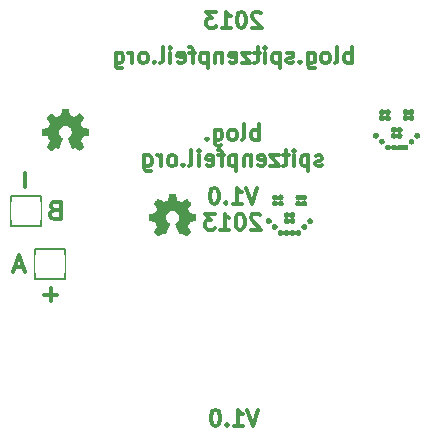
<source format=gbo>
%FSLAX34Y34*%
G04 Gerber Fmt 3.4, Leading zero omitted, Abs format*
G04 (created by PCBNEW (2013-10-11 BZR 4379)-product) date Sat 12 Oct 2013 09:18:10 PM CEST*
%MOIN*%
G01*
G70*
G90*
G04 APERTURE LIST*
%ADD10C,0.005906*%
%ADD11C,0.011811*%
%ADD12C,0.000100*%
%ADD13C,0.007874*%
%ADD14C,0.019685*%
%ADD15R,0.055118X0.055118*%
%ADD16C,0.055118*%
%ADD17R,0.064961X0.064961*%
%ADD18C,0.064961*%
%ADD19R,0.098425X0.059055*%
G04 APERTURE END LIST*
G54D10*
G54D11*
X19713Y-27561D02*
X19263Y-27561D01*
X19488Y-27786D02*
X19488Y-27336D01*
X18624Y-23515D02*
X18624Y-23965D01*
X18565Y-26653D02*
X18284Y-26653D01*
X18622Y-26822D02*
X18425Y-26231D01*
X18228Y-26822D01*
X19623Y-24741D02*
X19538Y-24769D01*
X19510Y-24797D01*
X19482Y-24853D01*
X19482Y-24938D01*
X19510Y-24994D01*
X19538Y-25022D01*
X19595Y-25050D01*
X19820Y-25050D01*
X19820Y-24460D01*
X19623Y-24460D01*
X19566Y-24488D01*
X19538Y-24516D01*
X19510Y-24572D01*
X19510Y-24628D01*
X19538Y-24685D01*
X19566Y-24713D01*
X19623Y-24741D01*
X19820Y-24741D01*
X26361Y-24000D02*
X26183Y-24531D01*
X26006Y-24000D01*
X25551Y-24531D02*
X25854Y-24531D01*
X25703Y-24531D02*
X25703Y-24000D01*
X25753Y-24076D01*
X25804Y-24126D01*
X25854Y-24152D01*
X25323Y-24481D02*
X25298Y-24506D01*
X25323Y-24531D01*
X25348Y-24506D01*
X25323Y-24481D01*
X25323Y-24531D01*
X24969Y-24000D02*
X24918Y-24000D01*
X24867Y-24025D01*
X24842Y-24050D01*
X24817Y-24101D01*
X24791Y-24202D01*
X24791Y-24329D01*
X24817Y-24430D01*
X24842Y-24481D01*
X24867Y-24506D01*
X24918Y-24531D01*
X24969Y-24531D01*
X25019Y-24506D01*
X25044Y-24481D01*
X25070Y-24430D01*
X25095Y-24329D01*
X25095Y-24202D01*
X25070Y-24101D01*
X25044Y-24050D01*
X25019Y-24025D01*
X24969Y-24000D01*
X26462Y-24913D02*
X26437Y-24887D01*
X26386Y-24862D01*
X26259Y-24862D01*
X26209Y-24887D01*
X26183Y-24913D01*
X26158Y-24963D01*
X26158Y-25014D01*
X26183Y-25090D01*
X26487Y-25393D01*
X26158Y-25393D01*
X25829Y-24862D02*
X25778Y-24862D01*
X25728Y-24887D01*
X25703Y-24913D01*
X25677Y-24963D01*
X25652Y-25064D01*
X25652Y-25191D01*
X25677Y-25292D01*
X25703Y-25343D01*
X25728Y-25368D01*
X25778Y-25393D01*
X25829Y-25393D01*
X25880Y-25368D01*
X25905Y-25343D01*
X25930Y-25292D01*
X25956Y-25191D01*
X25956Y-25064D01*
X25930Y-24963D01*
X25905Y-24913D01*
X25880Y-24887D01*
X25829Y-24862D01*
X25146Y-25393D02*
X25449Y-25393D01*
X25298Y-25393D02*
X25298Y-24862D01*
X25348Y-24938D01*
X25399Y-24989D01*
X25449Y-25014D01*
X24969Y-24862D02*
X24640Y-24862D01*
X24817Y-25064D01*
X24741Y-25064D01*
X24690Y-25090D01*
X24665Y-25115D01*
X24640Y-25166D01*
X24640Y-25292D01*
X24665Y-25343D01*
X24690Y-25368D01*
X24741Y-25393D01*
X24893Y-25393D01*
X24943Y-25368D01*
X24969Y-25343D01*
X26421Y-22415D02*
X26421Y-21884D01*
X26421Y-22086D02*
X26370Y-22061D01*
X26269Y-22061D01*
X26219Y-22086D01*
X26193Y-22111D01*
X26168Y-22162D01*
X26168Y-22314D01*
X26193Y-22365D01*
X26219Y-22390D01*
X26269Y-22415D01*
X26370Y-22415D01*
X26421Y-22390D01*
X25864Y-22415D02*
X25915Y-22390D01*
X25940Y-22339D01*
X25940Y-21884D01*
X25586Y-22415D02*
X25636Y-22390D01*
X25662Y-22365D01*
X25687Y-22314D01*
X25687Y-22162D01*
X25662Y-22111D01*
X25636Y-22086D01*
X25586Y-22061D01*
X25510Y-22061D01*
X25459Y-22086D01*
X25434Y-22111D01*
X25409Y-22162D01*
X25409Y-22314D01*
X25434Y-22365D01*
X25459Y-22390D01*
X25510Y-22415D01*
X25586Y-22415D01*
X24953Y-22061D02*
X24953Y-22491D01*
X24978Y-22542D01*
X25004Y-22567D01*
X25054Y-22592D01*
X25130Y-22592D01*
X25181Y-22567D01*
X24953Y-22390D02*
X25004Y-22415D01*
X25105Y-22415D01*
X25156Y-22390D01*
X25181Y-22365D01*
X25206Y-22314D01*
X25206Y-22162D01*
X25181Y-22111D01*
X25156Y-22086D01*
X25105Y-22061D01*
X25004Y-22061D01*
X24953Y-22086D01*
X24700Y-22365D02*
X24675Y-22390D01*
X24700Y-22415D01*
X24725Y-22390D01*
X24700Y-22365D01*
X24700Y-22415D01*
X28534Y-23252D02*
X28484Y-23277D01*
X28383Y-23277D01*
X28332Y-23252D01*
X28307Y-23201D01*
X28307Y-23176D01*
X28332Y-23125D01*
X28383Y-23100D01*
X28458Y-23100D01*
X28509Y-23075D01*
X28534Y-23024D01*
X28534Y-22999D01*
X28509Y-22948D01*
X28458Y-22923D01*
X28383Y-22923D01*
X28332Y-22948D01*
X28079Y-22923D02*
X28079Y-23455D01*
X28079Y-22948D02*
X28028Y-22923D01*
X27927Y-22923D01*
X27876Y-22948D01*
X27851Y-22974D01*
X27826Y-23024D01*
X27826Y-23176D01*
X27851Y-23227D01*
X27876Y-23252D01*
X27927Y-23277D01*
X28028Y-23277D01*
X28079Y-23252D01*
X27598Y-23277D02*
X27598Y-22923D01*
X27598Y-22746D02*
X27623Y-22771D01*
X27598Y-22796D01*
X27573Y-22771D01*
X27598Y-22746D01*
X27598Y-22796D01*
X27421Y-22923D02*
X27218Y-22923D01*
X27345Y-22746D02*
X27345Y-23201D01*
X27320Y-23252D01*
X27269Y-23277D01*
X27218Y-23277D01*
X27092Y-22923D02*
X26813Y-22923D01*
X27092Y-23277D01*
X26813Y-23277D01*
X26408Y-23252D02*
X26459Y-23277D01*
X26560Y-23277D01*
X26611Y-23252D01*
X26636Y-23201D01*
X26636Y-22999D01*
X26611Y-22948D01*
X26560Y-22923D01*
X26459Y-22923D01*
X26408Y-22948D01*
X26383Y-22999D01*
X26383Y-23050D01*
X26636Y-23100D01*
X26155Y-22923D02*
X26155Y-23277D01*
X26155Y-22974D02*
X26130Y-22948D01*
X26079Y-22923D01*
X26003Y-22923D01*
X25953Y-22948D01*
X25928Y-22999D01*
X25928Y-23277D01*
X25674Y-22923D02*
X25674Y-23455D01*
X25674Y-22948D02*
X25624Y-22923D01*
X25523Y-22923D01*
X25472Y-22948D01*
X25447Y-22974D01*
X25421Y-23024D01*
X25421Y-23176D01*
X25447Y-23227D01*
X25472Y-23252D01*
X25523Y-23277D01*
X25624Y-23277D01*
X25674Y-23252D01*
X25269Y-22923D02*
X25067Y-22923D01*
X25194Y-23277D02*
X25194Y-22822D01*
X25168Y-22771D01*
X25118Y-22746D01*
X25067Y-22746D01*
X24687Y-23252D02*
X24738Y-23277D01*
X24839Y-23277D01*
X24890Y-23252D01*
X24915Y-23201D01*
X24915Y-22999D01*
X24890Y-22948D01*
X24839Y-22923D01*
X24738Y-22923D01*
X24687Y-22948D01*
X24662Y-22999D01*
X24662Y-23050D01*
X24915Y-23100D01*
X24434Y-23277D02*
X24434Y-22923D01*
X24434Y-22746D02*
X24460Y-22771D01*
X24434Y-22796D01*
X24409Y-22771D01*
X24434Y-22746D01*
X24434Y-22796D01*
X24105Y-23277D02*
X24156Y-23252D01*
X24181Y-23201D01*
X24181Y-22746D01*
X23903Y-23227D02*
X23877Y-23252D01*
X23903Y-23277D01*
X23928Y-23252D01*
X23903Y-23227D01*
X23903Y-23277D01*
X23574Y-23277D02*
X23624Y-23252D01*
X23650Y-23227D01*
X23675Y-23176D01*
X23675Y-23024D01*
X23650Y-22974D01*
X23624Y-22948D01*
X23574Y-22923D01*
X23498Y-22923D01*
X23447Y-22948D01*
X23422Y-22974D01*
X23397Y-23024D01*
X23397Y-23176D01*
X23422Y-23227D01*
X23447Y-23252D01*
X23498Y-23277D01*
X23574Y-23277D01*
X23169Y-23277D02*
X23169Y-22923D01*
X23169Y-23024D02*
X23143Y-22974D01*
X23118Y-22948D01*
X23068Y-22923D01*
X23017Y-22923D01*
X22612Y-22923D02*
X22612Y-23353D01*
X22637Y-23404D01*
X22663Y-23429D01*
X22713Y-23455D01*
X22789Y-23455D01*
X22840Y-23429D01*
X22612Y-23252D02*
X22663Y-23277D01*
X22764Y-23277D01*
X22814Y-23252D01*
X22840Y-23227D01*
X22865Y-23176D01*
X22865Y-23024D01*
X22840Y-22974D01*
X22814Y-22948D01*
X22764Y-22923D01*
X22663Y-22923D01*
X22612Y-22948D01*
X26400Y-31401D02*
X26223Y-31933D01*
X26046Y-31401D01*
X25590Y-31933D02*
X25894Y-31933D01*
X25742Y-31933D02*
X25742Y-31401D01*
X25793Y-31477D01*
X25843Y-31528D01*
X25894Y-31553D01*
X25362Y-31882D02*
X25337Y-31908D01*
X25362Y-31933D01*
X25388Y-31908D01*
X25362Y-31882D01*
X25362Y-31933D01*
X25008Y-31401D02*
X24957Y-31401D01*
X24907Y-31427D01*
X24881Y-31452D01*
X24856Y-31503D01*
X24831Y-31604D01*
X24831Y-31730D01*
X24856Y-31832D01*
X24881Y-31882D01*
X24907Y-31908D01*
X24957Y-31933D01*
X25008Y-31933D01*
X25059Y-31908D01*
X25084Y-31882D01*
X25109Y-31832D01*
X25134Y-31730D01*
X25134Y-31604D01*
X25109Y-31503D01*
X25084Y-31452D01*
X25059Y-31427D01*
X25008Y-31401D01*
X29526Y-19846D02*
X29526Y-19315D01*
X29526Y-19517D02*
X29475Y-19492D01*
X29374Y-19492D01*
X29323Y-19517D01*
X29298Y-19543D01*
X29273Y-19593D01*
X29273Y-19745D01*
X29298Y-19796D01*
X29323Y-19821D01*
X29374Y-19846D01*
X29475Y-19846D01*
X29526Y-19821D01*
X28969Y-19846D02*
X29019Y-19821D01*
X29045Y-19770D01*
X29045Y-19315D01*
X28690Y-19846D02*
X28741Y-19821D01*
X28766Y-19796D01*
X28792Y-19745D01*
X28792Y-19593D01*
X28766Y-19543D01*
X28741Y-19517D01*
X28690Y-19492D01*
X28615Y-19492D01*
X28564Y-19517D01*
X28539Y-19543D01*
X28513Y-19593D01*
X28513Y-19745D01*
X28539Y-19796D01*
X28564Y-19821D01*
X28615Y-19846D01*
X28690Y-19846D01*
X28058Y-19492D02*
X28058Y-19922D01*
X28083Y-19973D01*
X28108Y-19998D01*
X28159Y-20023D01*
X28235Y-20023D01*
X28285Y-19998D01*
X28058Y-19821D02*
X28108Y-19846D01*
X28210Y-19846D01*
X28260Y-19821D01*
X28285Y-19796D01*
X28311Y-19745D01*
X28311Y-19593D01*
X28285Y-19543D01*
X28260Y-19517D01*
X28210Y-19492D01*
X28108Y-19492D01*
X28058Y-19517D01*
X27805Y-19796D02*
X27779Y-19821D01*
X27805Y-19846D01*
X27830Y-19821D01*
X27805Y-19796D01*
X27805Y-19846D01*
X27577Y-19821D02*
X27526Y-19846D01*
X27425Y-19846D01*
X27374Y-19821D01*
X27349Y-19770D01*
X27349Y-19745D01*
X27374Y-19694D01*
X27425Y-19669D01*
X27501Y-19669D01*
X27552Y-19644D01*
X27577Y-19593D01*
X27577Y-19568D01*
X27552Y-19517D01*
X27501Y-19492D01*
X27425Y-19492D01*
X27374Y-19517D01*
X27121Y-19492D02*
X27121Y-20023D01*
X27121Y-19517D02*
X27071Y-19492D01*
X26969Y-19492D01*
X26919Y-19517D01*
X26893Y-19543D01*
X26868Y-19593D01*
X26868Y-19745D01*
X26893Y-19796D01*
X26919Y-19821D01*
X26969Y-19846D01*
X27071Y-19846D01*
X27121Y-19821D01*
X26640Y-19846D02*
X26640Y-19492D01*
X26640Y-19315D02*
X26666Y-19340D01*
X26640Y-19365D01*
X26615Y-19340D01*
X26640Y-19315D01*
X26640Y-19365D01*
X26463Y-19492D02*
X26261Y-19492D01*
X26387Y-19315D02*
X26387Y-19770D01*
X26362Y-19821D01*
X26311Y-19846D01*
X26261Y-19846D01*
X26134Y-19492D02*
X25856Y-19492D01*
X26134Y-19846D01*
X25856Y-19846D01*
X25451Y-19821D02*
X25501Y-19846D01*
X25603Y-19846D01*
X25653Y-19821D01*
X25679Y-19770D01*
X25679Y-19568D01*
X25653Y-19517D01*
X25603Y-19492D01*
X25501Y-19492D01*
X25451Y-19517D01*
X25426Y-19568D01*
X25426Y-19618D01*
X25679Y-19669D01*
X25198Y-19492D02*
X25198Y-19846D01*
X25198Y-19543D02*
X25172Y-19517D01*
X25122Y-19492D01*
X25046Y-19492D01*
X24995Y-19517D01*
X24970Y-19568D01*
X24970Y-19846D01*
X24717Y-19492D02*
X24717Y-20023D01*
X24717Y-19517D02*
X24666Y-19492D01*
X24565Y-19492D01*
X24514Y-19517D01*
X24489Y-19543D01*
X24464Y-19593D01*
X24464Y-19745D01*
X24489Y-19796D01*
X24514Y-19821D01*
X24565Y-19846D01*
X24666Y-19846D01*
X24717Y-19821D01*
X24312Y-19492D02*
X24109Y-19492D01*
X24236Y-19846D02*
X24236Y-19391D01*
X24211Y-19340D01*
X24160Y-19315D01*
X24109Y-19315D01*
X23730Y-19821D02*
X23780Y-19846D01*
X23882Y-19846D01*
X23932Y-19821D01*
X23958Y-19770D01*
X23958Y-19568D01*
X23932Y-19517D01*
X23882Y-19492D01*
X23780Y-19492D01*
X23730Y-19517D01*
X23705Y-19568D01*
X23705Y-19618D01*
X23958Y-19669D01*
X23477Y-19846D02*
X23477Y-19492D01*
X23477Y-19315D02*
X23502Y-19340D01*
X23477Y-19365D01*
X23451Y-19340D01*
X23477Y-19315D01*
X23477Y-19365D01*
X23148Y-19846D02*
X23198Y-19821D01*
X23224Y-19770D01*
X23224Y-19315D01*
X22945Y-19796D02*
X22920Y-19821D01*
X22945Y-19846D01*
X22971Y-19821D01*
X22945Y-19796D01*
X22945Y-19846D01*
X22616Y-19846D02*
X22667Y-19821D01*
X22692Y-19796D01*
X22717Y-19745D01*
X22717Y-19593D01*
X22692Y-19543D01*
X22667Y-19517D01*
X22616Y-19492D01*
X22540Y-19492D01*
X22490Y-19517D01*
X22464Y-19543D01*
X22439Y-19593D01*
X22439Y-19745D01*
X22464Y-19796D01*
X22490Y-19821D01*
X22540Y-19846D01*
X22616Y-19846D01*
X22211Y-19846D02*
X22211Y-19492D01*
X22211Y-19593D02*
X22186Y-19543D01*
X22161Y-19517D01*
X22110Y-19492D01*
X22059Y-19492D01*
X21654Y-19492D02*
X21654Y-19922D01*
X21680Y-19973D01*
X21705Y-19998D01*
X21756Y-20023D01*
X21832Y-20023D01*
X21882Y-19998D01*
X21654Y-19821D02*
X21705Y-19846D01*
X21806Y-19846D01*
X21857Y-19821D01*
X21882Y-19796D01*
X21908Y-19745D01*
X21908Y-19593D01*
X21882Y-19543D01*
X21857Y-19517D01*
X21806Y-19492D01*
X21705Y-19492D01*
X21654Y-19517D01*
X26501Y-18184D02*
X26476Y-18159D01*
X26425Y-18134D01*
X26299Y-18134D01*
X26248Y-18159D01*
X26223Y-18184D01*
X26197Y-18235D01*
X26197Y-18285D01*
X26223Y-18361D01*
X26526Y-18665D01*
X26197Y-18665D01*
X25868Y-18134D02*
X25818Y-18134D01*
X25767Y-18159D01*
X25742Y-18184D01*
X25717Y-18235D01*
X25691Y-18336D01*
X25691Y-18463D01*
X25717Y-18564D01*
X25742Y-18615D01*
X25767Y-18640D01*
X25818Y-18665D01*
X25868Y-18665D01*
X25919Y-18640D01*
X25944Y-18615D01*
X25970Y-18564D01*
X25995Y-18463D01*
X25995Y-18336D01*
X25970Y-18235D01*
X25944Y-18184D01*
X25919Y-18159D01*
X25868Y-18134D01*
X25185Y-18665D02*
X25489Y-18665D01*
X25337Y-18665D02*
X25337Y-18134D01*
X25388Y-18210D01*
X25438Y-18260D01*
X25489Y-18285D01*
X25008Y-18134D02*
X24679Y-18134D01*
X24856Y-18336D01*
X24780Y-18336D01*
X24730Y-18361D01*
X24704Y-18387D01*
X24679Y-18437D01*
X24679Y-18564D01*
X24704Y-18615D01*
X24730Y-18640D01*
X24780Y-18665D01*
X24932Y-18665D01*
X24983Y-18640D01*
X25008Y-18615D01*
G54D12*
G36*
X23076Y-25618D02*
X23084Y-25614D01*
X23103Y-25602D01*
X23129Y-25585D01*
X23160Y-25564D01*
X23191Y-25543D01*
X23217Y-25526D01*
X23235Y-25514D01*
X23242Y-25510D01*
X23246Y-25511D01*
X23261Y-25519D01*
X23283Y-25530D01*
X23295Y-25536D01*
X23315Y-25545D01*
X23325Y-25547D01*
X23326Y-25544D01*
X23334Y-25529D01*
X23345Y-25503D01*
X23360Y-25469D01*
X23377Y-25429D01*
X23395Y-25386D01*
X23413Y-25342D01*
X23431Y-25300D01*
X23446Y-25262D01*
X23459Y-25232D01*
X23467Y-25210D01*
X23470Y-25201D01*
X23469Y-25199D01*
X23459Y-25190D01*
X23442Y-25177D01*
X23404Y-25146D01*
X23368Y-25100D01*
X23345Y-25048D01*
X23338Y-24990D01*
X23344Y-24937D01*
X23365Y-24886D01*
X23401Y-24839D01*
X23445Y-24805D01*
X23496Y-24783D01*
X23553Y-24776D01*
X23608Y-24782D01*
X23660Y-24803D01*
X23707Y-24838D01*
X23726Y-24861D01*
X23753Y-24908D01*
X23769Y-24958D01*
X23770Y-24970D01*
X23768Y-25026D01*
X23752Y-25079D01*
X23723Y-25126D01*
X23682Y-25165D01*
X23677Y-25169D01*
X23658Y-25183D01*
X23646Y-25192D01*
X23636Y-25200D01*
X23706Y-25370D01*
X23717Y-25397D01*
X23737Y-25443D01*
X23754Y-25483D01*
X23767Y-25515D01*
X23777Y-25536D01*
X23781Y-25545D01*
X23781Y-25545D01*
X23787Y-25546D01*
X23800Y-25541D01*
X23824Y-25530D01*
X23840Y-25522D01*
X23858Y-25513D01*
X23866Y-25510D01*
X23873Y-25514D01*
X23890Y-25525D01*
X23915Y-25542D01*
X23945Y-25562D01*
X23974Y-25582D01*
X24001Y-25600D01*
X24020Y-25612D01*
X24030Y-25617D01*
X24031Y-25617D01*
X24039Y-25612D01*
X24055Y-25600D01*
X24078Y-25578D01*
X24110Y-25546D01*
X24115Y-25541D01*
X24142Y-25513D01*
X24164Y-25490D01*
X24179Y-25474D01*
X24184Y-25467D01*
X24184Y-25467D01*
X24179Y-25457D01*
X24167Y-25438D01*
X24149Y-25411D01*
X24128Y-25380D01*
X24072Y-25298D01*
X24103Y-25221D01*
X24112Y-25198D01*
X24124Y-25169D01*
X24133Y-25149D01*
X24138Y-25140D01*
X24146Y-25137D01*
X24167Y-25132D01*
X24198Y-25125D01*
X24234Y-25119D01*
X24269Y-25112D01*
X24300Y-25106D01*
X24323Y-25102D01*
X24333Y-25100D01*
X24335Y-25098D01*
X24337Y-25093D01*
X24339Y-25083D01*
X24339Y-25064D01*
X24340Y-25034D01*
X24340Y-24990D01*
X24340Y-24986D01*
X24339Y-24944D01*
X24339Y-24911D01*
X24338Y-24890D01*
X24336Y-24882D01*
X24336Y-24882D01*
X24326Y-24879D01*
X24304Y-24875D01*
X24273Y-24868D01*
X24235Y-24861D01*
X24233Y-24861D01*
X24196Y-24854D01*
X24165Y-24847D01*
X24143Y-24842D01*
X24134Y-24839D01*
X24132Y-24837D01*
X24124Y-24822D01*
X24113Y-24799D01*
X24101Y-24771D01*
X24089Y-24742D01*
X24078Y-24715D01*
X24071Y-24696D01*
X24069Y-24687D01*
X24069Y-24687D01*
X24075Y-24678D01*
X24088Y-24658D01*
X24106Y-24632D01*
X24128Y-24600D01*
X24129Y-24597D01*
X24151Y-24566D01*
X24168Y-24539D01*
X24180Y-24520D01*
X24184Y-24512D01*
X24184Y-24511D01*
X24177Y-24502D01*
X24161Y-24484D01*
X24138Y-24460D01*
X24110Y-24432D01*
X24101Y-24424D01*
X24071Y-24394D01*
X24050Y-24374D01*
X24036Y-24364D01*
X24030Y-24361D01*
X24030Y-24362D01*
X24020Y-24367D01*
X24000Y-24380D01*
X23973Y-24399D01*
X23941Y-24420D01*
X23939Y-24422D01*
X23908Y-24443D01*
X23882Y-24461D01*
X23863Y-24473D01*
X23855Y-24478D01*
X23853Y-24478D01*
X23841Y-24474D01*
X23818Y-24467D01*
X23791Y-24456D01*
X23762Y-24444D01*
X23735Y-24433D01*
X23715Y-24424D01*
X23706Y-24419D01*
X23706Y-24418D01*
X23702Y-24407D01*
X23697Y-24383D01*
X23690Y-24351D01*
X23683Y-24312D01*
X23682Y-24306D01*
X23675Y-24269D01*
X23669Y-24238D01*
X23664Y-24216D01*
X23662Y-24207D01*
X23657Y-24206D01*
X23638Y-24205D01*
X23610Y-24204D01*
X23576Y-24204D01*
X23541Y-24204D01*
X23507Y-24205D01*
X23477Y-24206D01*
X23456Y-24207D01*
X23447Y-24209D01*
X23446Y-24210D01*
X23443Y-24221D01*
X23438Y-24245D01*
X23431Y-24277D01*
X23424Y-24316D01*
X23423Y-24323D01*
X23416Y-24360D01*
X23409Y-24391D01*
X23405Y-24412D01*
X23402Y-24420D01*
X23399Y-24422D01*
X23384Y-24429D01*
X23359Y-24439D01*
X23327Y-24452D01*
X23255Y-24481D01*
X23167Y-24420D01*
X23159Y-24415D01*
X23127Y-24393D01*
X23101Y-24376D01*
X23083Y-24364D01*
X23075Y-24360D01*
X23075Y-24360D01*
X23066Y-24368D01*
X23048Y-24384D01*
X23024Y-24408D01*
X22997Y-24435D01*
X22976Y-24456D01*
X22952Y-24481D01*
X22936Y-24497D01*
X22928Y-24508D01*
X22925Y-24515D01*
X22926Y-24519D01*
X22931Y-24528D01*
X22944Y-24547D01*
X22962Y-24574D01*
X22984Y-24605D01*
X23002Y-24632D01*
X23021Y-24661D01*
X23033Y-24682D01*
X23038Y-24693D01*
X23037Y-24697D01*
X23030Y-24714D01*
X23020Y-24741D01*
X23007Y-24772D01*
X22976Y-24842D01*
X22930Y-24850D01*
X22902Y-24856D01*
X22863Y-24863D01*
X22826Y-24870D01*
X22768Y-24882D01*
X22766Y-25094D01*
X22775Y-25098D01*
X22784Y-25101D01*
X22805Y-25105D01*
X22836Y-25111D01*
X22872Y-25118D01*
X22903Y-25124D01*
X22934Y-25130D01*
X22956Y-25134D01*
X22966Y-25136D01*
X22969Y-25140D01*
X22977Y-25155D01*
X22988Y-25179D01*
X23000Y-25208D01*
X23012Y-25237D01*
X23023Y-25265D01*
X23031Y-25286D01*
X23034Y-25297D01*
X23030Y-25305D01*
X23018Y-25323D01*
X23001Y-25349D01*
X22980Y-25380D01*
X22958Y-25411D01*
X22941Y-25438D01*
X22928Y-25457D01*
X22923Y-25465D01*
X22926Y-25471D01*
X22938Y-25486D01*
X22961Y-25510D01*
X22996Y-25545D01*
X23002Y-25550D01*
X23029Y-25577D01*
X23053Y-25598D01*
X23069Y-25613D01*
X23076Y-25618D01*
X23076Y-25618D01*
G37*
G36*
X27747Y-25599D02*
X27767Y-25597D01*
X27785Y-25591D01*
X27793Y-25587D01*
X27810Y-25575D01*
X27823Y-25561D01*
X27833Y-25544D01*
X27840Y-25526D01*
X27843Y-25507D01*
X27842Y-25487D01*
X27838Y-25468D01*
X27829Y-25450D01*
X27823Y-25442D01*
X27815Y-25433D01*
X27806Y-25424D01*
X27798Y-25418D01*
X27795Y-25416D01*
X27778Y-25408D01*
X27760Y-25404D01*
X27741Y-25403D01*
X27734Y-25404D01*
X27723Y-25405D01*
X27714Y-25408D01*
X27703Y-25412D01*
X27692Y-25418D01*
X27676Y-25431D01*
X27663Y-25447D01*
X27653Y-25465D01*
X27650Y-25473D01*
X27648Y-25483D01*
X27647Y-25490D01*
X27647Y-25491D01*
X27646Y-25492D01*
X27646Y-25488D01*
X27646Y-25487D01*
X27643Y-25474D01*
X27638Y-25461D01*
X27632Y-25450D01*
X27621Y-25435D01*
X27606Y-25422D01*
X27589Y-25411D01*
X27569Y-25405D01*
X27549Y-25403D01*
X27543Y-25403D01*
X27528Y-25405D01*
X27513Y-25409D01*
X27510Y-25410D01*
X27493Y-25419D01*
X27478Y-25432D01*
X27466Y-25447D01*
X27457Y-25463D01*
X27452Y-25481D01*
X27451Y-25481D01*
X27450Y-25486D01*
X27450Y-25488D01*
X27450Y-25488D01*
X27450Y-25486D01*
X27448Y-25481D01*
X27448Y-25479D01*
X27442Y-25462D01*
X27433Y-25445D01*
X27420Y-25430D01*
X27408Y-25420D01*
X27391Y-25411D01*
X27372Y-25405D01*
X27351Y-25403D01*
X27337Y-25404D01*
X27317Y-25409D01*
X27299Y-25418D01*
X27283Y-25430D01*
X27271Y-25446D01*
X27269Y-25448D01*
X27265Y-25456D01*
X27262Y-25462D01*
X27260Y-25466D01*
X27257Y-25475D01*
X27255Y-25484D01*
X27254Y-25490D01*
X27254Y-25491D01*
X27254Y-25491D01*
X27253Y-25487D01*
X27251Y-25476D01*
X27246Y-25463D01*
X27240Y-25451D01*
X27228Y-25435D01*
X27213Y-25422D01*
X27196Y-25411D01*
X27176Y-25405D01*
X27156Y-25403D01*
X27137Y-25404D01*
X27118Y-25410D01*
X27101Y-25419D01*
X27085Y-25433D01*
X27077Y-25441D01*
X27070Y-25452D01*
X27064Y-25465D01*
X27060Y-25475D01*
X27057Y-25495D01*
X27058Y-25514D01*
X27062Y-25532D01*
X27069Y-25550D01*
X27080Y-25565D01*
X27094Y-25578D01*
X27110Y-25589D01*
X27128Y-25596D01*
X27148Y-25599D01*
X27149Y-25599D01*
X27170Y-25599D01*
X27188Y-25594D01*
X27206Y-25585D01*
X27213Y-25581D01*
X27226Y-25569D01*
X27237Y-25556D01*
X27246Y-25541D01*
X27248Y-25535D01*
X27250Y-25527D01*
X27252Y-25518D01*
X27253Y-25512D01*
X27253Y-25508D01*
X27254Y-25512D01*
X27254Y-25515D01*
X27256Y-25524D01*
X27259Y-25534D01*
X27262Y-25542D01*
X27267Y-25551D01*
X27279Y-25567D01*
X27294Y-25580D01*
X27311Y-25591D01*
X27331Y-25597D01*
X27334Y-25598D01*
X27348Y-25599D01*
X27362Y-25599D01*
X27375Y-25597D01*
X27388Y-25593D01*
X27406Y-25583D01*
X27423Y-25570D01*
X27424Y-25569D01*
X27435Y-25555D01*
X27443Y-25538D01*
X27448Y-25521D01*
X27449Y-25521D01*
X27450Y-25516D01*
X27450Y-25514D01*
X27450Y-25515D01*
X27451Y-25520D01*
X27451Y-25521D01*
X27454Y-25531D01*
X27459Y-25542D01*
X27464Y-25553D01*
X27473Y-25565D01*
X27488Y-25579D01*
X27505Y-25590D01*
X27525Y-25597D01*
X27528Y-25598D01*
X27541Y-25599D01*
X27556Y-25599D01*
X27568Y-25598D01*
X27579Y-25594D01*
X27598Y-25586D01*
X27614Y-25574D01*
X27628Y-25559D01*
X27638Y-25542D01*
X27640Y-25536D01*
X27643Y-25527D01*
X27645Y-25518D01*
X27646Y-25512D01*
X27646Y-25511D01*
X27646Y-25511D01*
X27647Y-25515D01*
X27647Y-25515D01*
X27650Y-25528D01*
X27655Y-25541D01*
X27661Y-25552D01*
X27663Y-25556D01*
X27676Y-25571D01*
X27692Y-25584D01*
X27709Y-25593D01*
X27727Y-25598D01*
X27747Y-25599D01*
X27747Y-25599D01*
G37*
G36*
X26952Y-25403D02*
X26964Y-25402D01*
X26975Y-25401D01*
X26989Y-25398D01*
X27007Y-25390D01*
X27023Y-25378D01*
X27037Y-25363D01*
X27047Y-25346D01*
X27054Y-25328D01*
X27057Y-25308D01*
X27055Y-25288D01*
X27050Y-25269D01*
X27041Y-25251D01*
X27029Y-25236D01*
X27013Y-25222D01*
X27008Y-25219D01*
X26989Y-25211D01*
X26969Y-25206D01*
X26949Y-25206D01*
X26929Y-25210D01*
X26913Y-25217D01*
X26896Y-25228D01*
X26881Y-25243D01*
X26870Y-25260D01*
X26863Y-25280D01*
X26861Y-25290D01*
X26860Y-25303D01*
X26860Y-25315D01*
X26862Y-25326D01*
X26863Y-25330D01*
X26871Y-25350D01*
X26882Y-25367D01*
X26897Y-25381D01*
X26915Y-25393D01*
X26924Y-25396D01*
X26935Y-25400D01*
X26945Y-25402D01*
X26952Y-25403D01*
X26952Y-25403D01*
G37*
G36*
X27944Y-25403D02*
X27964Y-25400D01*
X27984Y-25393D01*
X28002Y-25382D01*
X28006Y-25379D01*
X28019Y-25365D01*
X28030Y-25348D01*
X28037Y-25328D01*
X28039Y-25318D01*
X28040Y-25306D01*
X28040Y-25293D01*
X28038Y-25283D01*
X28037Y-25278D01*
X28029Y-25258D01*
X28018Y-25242D01*
X28003Y-25227D01*
X27986Y-25217D01*
X27968Y-25209D01*
X27947Y-25206D01*
X27940Y-25206D01*
X27920Y-25208D01*
X27901Y-25214D01*
X27885Y-25224D01*
X27870Y-25237D01*
X27858Y-25252D01*
X27850Y-25269D01*
X27845Y-25288D01*
X27844Y-25309D01*
X27845Y-25321D01*
X27847Y-25331D01*
X27851Y-25343D01*
X27859Y-25358D01*
X27872Y-25373D01*
X27887Y-25386D01*
X27905Y-25396D01*
X27924Y-25401D01*
X27944Y-25403D01*
X27944Y-25403D01*
G37*
G36*
X26756Y-25205D02*
X26770Y-25205D01*
X26782Y-25204D01*
X26796Y-25200D01*
X26814Y-25190D01*
X26831Y-25177D01*
X26841Y-25165D01*
X26851Y-25148D01*
X26858Y-25128D01*
X26859Y-25121D01*
X26860Y-25109D01*
X26859Y-25097D01*
X26858Y-25087D01*
X26856Y-25081D01*
X26849Y-25062D01*
X26837Y-25045D01*
X26823Y-25030D01*
X26805Y-25019D01*
X26798Y-25016D01*
X26786Y-25012D01*
X26773Y-25010D01*
X26758Y-25010D01*
X26749Y-25010D01*
X26738Y-25012D01*
X26728Y-25014D01*
X26718Y-25019D01*
X26711Y-25023D01*
X26695Y-25035D01*
X26681Y-25050D01*
X26671Y-25068D01*
X26665Y-25088D01*
X26664Y-25093D01*
X26663Y-25104D01*
X26663Y-25116D01*
X26665Y-25127D01*
X26666Y-25134D01*
X26674Y-25153D01*
X26685Y-25170D01*
X26700Y-25184D01*
X26717Y-25195D01*
X26737Y-25203D01*
X26743Y-25204D01*
X26756Y-25205D01*
X26756Y-25205D01*
G37*
G36*
X27546Y-25206D02*
X27565Y-25204D01*
X27584Y-25199D01*
X27595Y-25194D01*
X27612Y-25182D01*
X27626Y-25168D01*
X27636Y-25150D01*
X27643Y-25131D01*
X27644Y-25127D01*
X27647Y-25111D01*
X27646Y-25096D01*
X27642Y-25079D01*
X27634Y-25060D01*
X27623Y-25043D01*
X27608Y-25029D01*
X27590Y-25019D01*
X27570Y-25011D01*
X27558Y-25008D01*
X27564Y-25008D01*
X27566Y-25007D01*
X27580Y-25004D01*
X27595Y-24997D01*
X27608Y-24988D01*
X27611Y-24986D01*
X27625Y-24972D01*
X27636Y-24955D01*
X27643Y-24937D01*
X27646Y-24918D01*
X27646Y-24899D01*
X27641Y-24880D01*
X27633Y-24861D01*
X27632Y-24861D01*
X27620Y-24844D01*
X27605Y-24831D01*
X27589Y-24822D01*
X27571Y-24816D01*
X27552Y-24813D01*
X27533Y-24814D01*
X27514Y-24819D01*
X27496Y-24828D01*
X27480Y-24840D01*
X27472Y-24849D01*
X27462Y-24864D01*
X27455Y-24879D01*
X27451Y-24894D01*
X27450Y-24897D01*
X27450Y-24899D01*
X27450Y-24898D01*
X27449Y-24894D01*
X27446Y-24880D01*
X27440Y-24866D01*
X27431Y-24853D01*
X27426Y-24847D01*
X27412Y-24833D01*
X27394Y-24823D01*
X27376Y-24816D01*
X27356Y-24813D01*
X27336Y-24814D01*
X27323Y-24817D01*
X27304Y-24825D01*
X27288Y-24837D01*
X27274Y-24851D01*
X27263Y-24868D01*
X27256Y-24888D01*
X27255Y-24898D01*
X27254Y-24917D01*
X27257Y-24937D01*
X27264Y-24955D01*
X27275Y-24972D01*
X27290Y-24986D01*
X27307Y-24998D01*
X27315Y-25001D01*
X27324Y-25005D01*
X27332Y-25007D01*
X27339Y-25008D01*
X27340Y-25008D01*
X27339Y-25009D01*
X27335Y-25010D01*
X27325Y-25013D01*
X27312Y-25017D01*
X27301Y-25023D01*
X27295Y-25027D01*
X27282Y-25039D01*
X27270Y-25053D01*
X27262Y-25068D01*
X27256Y-25084D01*
X27254Y-25102D01*
X27254Y-25119D01*
X27255Y-25122D01*
X27260Y-25143D01*
X27269Y-25161D01*
X27283Y-25177D01*
X27294Y-25187D01*
X27311Y-25197D01*
X27331Y-25204D01*
X27338Y-25205D01*
X27349Y-25205D01*
X27360Y-25205D01*
X27371Y-25204D01*
X27379Y-25202D01*
X27385Y-25200D01*
X27404Y-25191D01*
X27421Y-25178D01*
X27434Y-25162D01*
X27439Y-25154D01*
X27445Y-25141D01*
X27448Y-25128D01*
X27449Y-25127D01*
X27450Y-25122D01*
X27450Y-25120D01*
X27450Y-25120D01*
X27450Y-25094D01*
X27450Y-25094D01*
X27450Y-25092D01*
X27448Y-25087D01*
X27448Y-25086D01*
X27442Y-25068D01*
X27433Y-25052D01*
X27420Y-25037D01*
X27405Y-25025D01*
X27389Y-25016D01*
X27388Y-25016D01*
X27379Y-25013D01*
X27371Y-25011D01*
X27362Y-25009D01*
X27370Y-25007D01*
X27382Y-25004D01*
X27400Y-24997D01*
X27416Y-24985D01*
X27429Y-24971D01*
X27440Y-24955D01*
X27444Y-24947D01*
X27447Y-24937D01*
X27449Y-24928D01*
X27450Y-24925D01*
X27450Y-24923D01*
X27450Y-24924D01*
X27451Y-24928D01*
X27453Y-24936D01*
X27456Y-24946D01*
X27460Y-24955D01*
X27466Y-24966D01*
X27479Y-24981D01*
X27494Y-24993D01*
X27512Y-25002D01*
X27530Y-25007D01*
X27539Y-25009D01*
X27530Y-25011D01*
X27528Y-25011D01*
X27520Y-25013D01*
X27511Y-25016D01*
X27510Y-25017D01*
X27493Y-25026D01*
X27478Y-25038D01*
X27466Y-25053D01*
X27457Y-25069D01*
X27452Y-25087D01*
X27451Y-25088D01*
X27450Y-25092D01*
X27450Y-25094D01*
X27450Y-25120D01*
X27450Y-25120D01*
X27450Y-25123D01*
X27452Y-25128D01*
X27455Y-25141D01*
X27463Y-25158D01*
X27475Y-25174D01*
X27490Y-25187D01*
X27507Y-25197D01*
X27507Y-25197D01*
X27526Y-25203D01*
X27546Y-25206D01*
X27546Y-25206D01*
G37*
G36*
X28131Y-25205D02*
X28147Y-25205D01*
X28162Y-25203D01*
X28171Y-25200D01*
X28190Y-25192D01*
X28206Y-25179D01*
X28219Y-25165D01*
X28229Y-25147D01*
X28235Y-25128D01*
X28237Y-25107D01*
X28237Y-25099D01*
X28233Y-25079D01*
X28225Y-25060D01*
X28213Y-25042D01*
X28209Y-25039D01*
X28195Y-25027D01*
X28179Y-25018D01*
X28162Y-25012D01*
X28161Y-25011D01*
X28146Y-25009D01*
X28130Y-25009D01*
X28116Y-25011D01*
X28110Y-25013D01*
X28092Y-25021D01*
X28075Y-25032D01*
X28062Y-25046D01*
X28051Y-25062D01*
X28044Y-25080D01*
X28040Y-25099D01*
X28041Y-25119D01*
X28045Y-25139D01*
X28052Y-25154D01*
X28063Y-25170D01*
X28078Y-25185D01*
X28095Y-25195D01*
X28114Y-25203D01*
X28116Y-25203D01*
X28131Y-25205D01*
X28131Y-25205D01*
G37*
G36*
X27158Y-24616D02*
X27178Y-24614D01*
X27197Y-24607D01*
X27206Y-24602D01*
X27214Y-24596D01*
X27224Y-24588D01*
X27234Y-24577D01*
X27244Y-24560D01*
X27251Y-24541D01*
X27252Y-24536D01*
X27253Y-24523D01*
X27253Y-24509D01*
X27252Y-24497D01*
X27246Y-24481D01*
X27237Y-24463D01*
X27225Y-24449D01*
X27223Y-24446D01*
X27214Y-24439D01*
X27204Y-24432D01*
X27194Y-24427D01*
X27190Y-24426D01*
X27182Y-24423D01*
X27174Y-24421D01*
X27168Y-24420D01*
X27165Y-24420D01*
X27169Y-24419D01*
X27173Y-24418D01*
X27180Y-24416D01*
X27187Y-24414D01*
X27202Y-24407D01*
X27216Y-24398D01*
X27228Y-24388D01*
X27230Y-24385D01*
X27241Y-24368D01*
X27249Y-24350D01*
X27253Y-24330D01*
X27253Y-24310D01*
X27253Y-24306D01*
X27247Y-24286D01*
X27238Y-24268D01*
X27224Y-24251D01*
X27212Y-24241D01*
X27195Y-24231D01*
X27176Y-24224D01*
X27172Y-24224D01*
X27159Y-24223D01*
X27145Y-24223D01*
X27133Y-24225D01*
X27121Y-24228D01*
X27103Y-24237D01*
X27088Y-24249D01*
X27075Y-24264D01*
X27065Y-24281D01*
X27059Y-24300D01*
X27058Y-24302D01*
X27057Y-24307D01*
X27056Y-24309D01*
X27056Y-24307D01*
X27055Y-24303D01*
X27053Y-24295D01*
X27050Y-24286D01*
X27047Y-24278D01*
X27044Y-24272D01*
X27032Y-24255D01*
X27017Y-24241D01*
X26999Y-24231D01*
X26980Y-24225D01*
X26959Y-24223D01*
X26943Y-24224D01*
X26924Y-24228D01*
X26907Y-24237D01*
X26897Y-24244D01*
X26882Y-24258D01*
X26871Y-24275D01*
X26864Y-24293D01*
X26860Y-24312D01*
X26860Y-24332D01*
X26865Y-24351D01*
X26873Y-24370D01*
X26885Y-24386D01*
X26900Y-24400D01*
X26917Y-24410D01*
X26937Y-24417D01*
X26949Y-24420D01*
X26942Y-24421D01*
X26938Y-24421D01*
X26922Y-24426D01*
X26907Y-24434D01*
X26892Y-24445D01*
X26881Y-24457D01*
X26874Y-24467D01*
X26867Y-24481D01*
X26863Y-24494D01*
X26861Y-24504D01*
X26860Y-24516D01*
X26860Y-24529D01*
X26862Y-24539D01*
X26865Y-24551D01*
X26875Y-24570D01*
X26887Y-24586D01*
X26903Y-24599D01*
X26921Y-24609D01*
X26942Y-24615D01*
X26947Y-24616D01*
X26959Y-24616D01*
X26972Y-24615D01*
X26983Y-24613D01*
X26991Y-24611D01*
X27009Y-24602D01*
X27026Y-24590D01*
X27039Y-24575D01*
X27049Y-24557D01*
X27055Y-24537D01*
X27055Y-24536D01*
X27056Y-24531D01*
X27057Y-24532D01*
X27057Y-24505D01*
X27056Y-24504D01*
X27055Y-24500D01*
X27055Y-24499D01*
X27052Y-24486D01*
X27045Y-24472D01*
X27037Y-24459D01*
X27031Y-24452D01*
X27016Y-24438D01*
X26998Y-24428D01*
X26978Y-24421D01*
X26969Y-24419D01*
X26975Y-24418D01*
X26981Y-24417D01*
X26988Y-24415D01*
X26992Y-24414D01*
X27010Y-24405D01*
X27025Y-24393D01*
X27039Y-24378D01*
X27048Y-24361D01*
X27055Y-24342D01*
X27056Y-24337D01*
X27057Y-24334D01*
X27058Y-24336D01*
X27059Y-24342D01*
X27059Y-24342D01*
X27062Y-24353D01*
X27067Y-24365D01*
X27073Y-24375D01*
X27078Y-24382D01*
X27087Y-24391D01*
X27097Y-24400D01*
X27106Y-24406D01*
X27107Y-24407D01*
X27122Y-24413D01*
X27138Y-24418D01*
X27145Y-24419D01*
X27137Y-24421D01*
X27120Y-24426D01*
X27102Y-24435D01*
X27086Y-24447D01*
X27074Y-24462D01*
X27071Y-24467D01*
X27066Y-24477D01*
X27062Y-24487D01*
X27059Y-24496D01*
X27058Y-24502D01*
X27058Y-24502D01*
X27057Y-24505D01*
X27057Y-24532D01*
X27057Y-24532D01*
X27058Y-24536D01*
X27060Y-24542D01*
X27061Y-24548D01*
X27065Y-24558D01*
X27075Y-24575D01*
X27088Y-24590D01*
X27103Y-24601D01*
X27121Y-24610D01*
X27139Y-24615D01*
X27158Y-24616D01*
X27158Y-24616D01*
G37*
G36*
X27750Y-24616D02*
X27769Y-24613D01*
X27788Y-24606D01*
X27804Y-24596D01*
X27819Y-24583D01*
X27830Y-24567D01*
X27839Y-24548D01*
X27840Y-24542D01*
X27842Y-24536D01*
X27842Y-24535D01*
X27843Y-24531D01*
X27843Y-24531D01*
X27843Y-24504D01*
X27842Y-24501D01*
X27840Y-24494D01*
X27837Y-24483D01*
X27828Y-24465D01*
X27816Y-24450D01*
X27801Y-24437D01*
X27784Y-24427D01*
X27765Y-24421D01*
X27755Y-24419D01*
X27762Y-24418D01*
X27763Y-24418D01*
X27779Y-24413D01*
X27794Y-24406D01*
X27800Y-24402D01*
X27810Y-24394D01*
X27820Y-24385D01*
X27827Y-24375D01*
X27832Y-24366D01*
X27838Y-24354D01*
X27841Y-24342D01*
X27842Y-24337D01*
X27843Y-24334D01*
X27844Y-24336D01*
X27845Y-24342D01*
X27849Y-24355D01*
X27858Y-24373D01*
X27871Y-24389D01*
X27886Y-24402D01*
X27904Y-24412D01*
X27925Y-24418D01*
X27931Y-24419D01*
X27922Y-24421D01*
X27913Y-24424D01*
X27894Y-24432D01*
X27877Y-24444D01*
X27863Y-24459D01*
X27859Y-24465D01*
X27854Y-24474D01*
X27849Y-24484D01*
X27847Y-24491D01*
X27845Y-24499D01*
X27845Y-24499D01*
X27844Y-24503D01*
X27843Y-24504D01*
X27843Y-24531D01*
X27844Y-24532D01*
X27845Y-24537D01*
X27847Y-24544D01*
X27852Y-24559D01*
X27860Y-24573D01*
X27866Y-24580D01*
X27880Y-24595D01*
X27898Y-24606D01*
X27918Y-24613D01*
X27926Y-24615D01*
X27940Y-24616D01*
X27954Y-24615D01*
X27966Y-24613D01*
X27967Y-24613D01*
X27987Y-24605D01*
X28004Y-24594D01*
X28019Y-24579D01*
X28030Y-24562D01*
X28037Y-24542D01*
X28039Y-24533D01*
X28040Y-24519D01*
X28039Y-24506D01*
X28037Y-24494D01*
X28034Y-24483D01*
X28027Y-24469D01*
X28019Y-24457D01*
X28010Y-24447D01*
X27998Y-24437D01*
X27985Y-24429D01*
X27981Y-24427D01*
X27971Y-24424D01*
X27962Y-24421D01*
X27955Y-24420D01*
X27954Y-24420D01*
X27957Y-24419D01*
X27962Y-24417D01*
X27974Y-24414D01*
X27987Y-24408D01*
X27997Y-24402D01*
X28000Y-24401D01*
X28012Y-24389D01*
X28024Y-24375D01*
X28032Y-24361D01*
X28035Y-24353D01*
X28039Y-24334D01*
X28040Y-24313D01*
X28036Y-24294D01*
X28035Y-24289D01*
X28027Y-24271D01*
X28015Y-24255D01*
X28000Y-24241D01*
X27982Y-24231D01*
X27963Y-24224D01*
X27960Y-24224D01*
X27946Y-24223D01*
X27932Y-24223D01*
X27919Y-24225D01*
X27916Y-24226D01*
X27896Y-24233D01*
X27879Y-24245D01*
X27865Y-24260D01*
X27853Y-24278D01*
X27851Y-24283D01*
X27848Y-24292D01*
X27845Y-24301D01*
X27844Y-24307D01*
X27844Y-24308D01*
X27844Y-24309D01*
X27842Y-24306D01*
X27841Y-24301D01*
X27838Y-24287D01*
X27829Y-24270D01*
X27817Y-24254D01*
X27803Y-24241D01*
X27785Y-24231D01*
X27785Y-24231D01*
X27767Y-24225D01*
X27747Y-24223D01*
X27727Y-24224D01*
X27709Y-24229D01*
X27698Y-24234D01*
X27681Y-24246D01*
X27667Y-24261D01*
X27656Y-24278D01*
X27649Y-24297D01*
X27648Y-24301D01*
X27646Y-24317D01*
X27647Y-24332D01*
X27651Y-24350D01*
X27659Y-24369D01*
X27671Y-24386D01*
X27686Y-24400D01*
X27704Y-24410D01*
X27724Y-24417D01*
X27728Y-24418D01*
X27732Y-24420D01*
X27732Y-24420D01*
X27726Y-24421D01*
X27714Y-24424D01*
X27702Y-24429D01*
X27691Y-24436D01*
X27680Y-24444D01*
X27666Y-24459D01*
X27655Y-24477D01*
X27654Y-24480D01*
X27648Y-24499D01*
X27646Y-24519D01*
X27649Y-24540D01*
X27655Y-24559D01*
X27660Y-24568D01*
X27666Y-24577D01*
X27674Y-24586D01*
X27675Y-24587D01*
X27691Y-24600D01*
X27708Y-24609D01*
X27728Y-24615D01*
X27730Y-24615D01*
X27750Y-24616D01*
X27750Y-24616D01*
G37*
G54D13*
X18968Y-26055D02*
X19968Y-26055D01*
X18968Y-27055D02*
X19968Y-27055D01*
X19968Y-27055D02*
X19968Y-26055D01*
X18968Y-26055D02*
X18968Y-27055D01*
X18181Y-24283D02*
X19181Y-24283D01*
X18181Y-25283D02*
X19181Y-25283D01*
X19181Y-25283D02*
X19181Y-24283D01*
X18181Y-24283D02*
X18181Y-25283D01*
G54D12*
G36*
X31320Y-22754D02*
X31340Y-22752D01*
X31358Y-22746D01*
X31366Y-22742D01*
X31383Y-22730D01*
X31396Y-22716D01*
X31406Y-22699D01*
X31413Y-22681D01*
X31416Y-22662D01*
X31415Y-22642D01*
X31411Y-22623D01*
X31402Y-22605D01*
X31396Y-22597D01*
X31388Y-22588D01*
X31379Y-22579D01*
X31371Y-22573D01*
X31368Y-22571D01*
X31351Y-22563D01*
X31333Y-22559D01*
X31314Y-22558D01*
X31307Y-22559D01*
X31296Y-22560D01*
X31287Y-22563D01*
X31276Y-22567D01*
X31265Y-22573D01*
X31249Y-22586D01*
X31236Y-22602D01*
X31226Y-22620D01*
X31223Y-22628D01*
X31221Y-22638D01*
X31220Y-22645D01*
X31220Y-22646D01*
X31219Y-22647D01*
X31219Y-22643D01*
X31219Y-22642D01*
X31216Y-22629D01*
X31211Y-22616D01*
X31205Y-22605D01*
X31194Y-22590D01*
X31179Y-22577D01*
X31162Y-22566D01*
X31142Y-22560D01*
X31122Y-22558D01*
X31116Y-22558D01*
X31101Y-22560D01*
X31086Y-22564D01*
X31083Y-22565D01*
X31066Y-22574D01*
X31051Y-22587D01*
X31039Y-22602D01*
X31030Y-22618D01*
X31025Y-22636D01*
X31024Y-22636D01*
X31023Y-22641D01*
X31023Y-22643D01*
X31023Y-22643D01*
X31023Y-22641D01*
X31021Y-22636D01*
X31021Y-22634D01*
X31015Y-22617D01*
X31006Y-22600D01*
X30993Y-22585D01*
X30981Y-22575D01*
X30964Y-22566D01*
X30945Y-22560D01*
X30924Y-22558D01*
X30910Y-22559D01*
X30890Y-22564D01*
X30872Y-22573D01*
X30856Y-22585D01*
X30844Y-22601D01*
X30842Y-22603D01*
X30838Y-22611D01*
X30835Y-22617D01*
X30833Y-22621D01*
X30830Y-22630D01*
X30828Y-22639D01*
X30827Y-22645D01*
X30827Y-22646D01*
X30827Y-22646D01*
X30826Y-22642D01*
X30824Y-22631D01*
X30819Y-22618D01*
X30813Y-22606D01*
X30801Y-22590D01*
X30786Y-22577D01*
X30769Y-22566D01*
X30749Y-22560D01*
X30729Y-22558D01*
X30710Y-22559D01*
X30691Y-22565D01*
X30674Y-22574D01*
X30658Y-22588D01*
X30650Y-22596D01*
X30643Y-22607D01*
X30637Y-22620D01*
X30633Y-22630D01*
X30630Y-22650D01*
X30631Y-22669D01*
X30635Y-22687D01*
X30642Y-22705D01*
X30653Y-22720D01*
X30667Y-22733D01*
X30683Y-22744D01*
X30701Y-22751D01*
X30721Y-22754D01*
X30722Y-22754D01*
X30743Y-22754D01*
X30761Y-22749D01*
X30779Y-22740D01*
X30786Y-22736D01*
X30799Y-22724D01*
X30810Y-22711D01*
X30819Y-22696D01*
X30821Y-22690D01*
X30823Y-22682D01*
X30825Y-22673D01*
X30826Y-22667D01*
X30826Y-22663D01*
X30827Y-22667D01*
X30827Y-22670D01*
X30829Y-22679D01*
X30832Y-22689D01*
X30835Y-22697D01*
X30840Y-22706D01*
X30852Y-22722D01*
X30867Y-22735D01*
X30884Y-22746D01*
X30904Y-22752D01*
X30907Y-22753D01*
X30921Y-22754D01*
X30935Y-22754D01*
X30948Y-22752D01*
X30961Y-22748D01*
X30979Y-22738D01*
X30996Y-22725D01*
X30997Y-22724D01*
X31008Y-22710D01*
X31016Y-22693D01*
X31021Y-22676D01*
X31022Y-22676D01*
X31023Y-22671D01*
X31023Y-22669D01*
X31023Y-22670D01*
X31024Y-22675D01*
X31024Y-22676D01*
X31027Y-22686D01*
X31032Y-22697D01*
X31037Y-22708D01*
X31046Y-22720D01*
X31061Y-22734D01*
X31078Y-22745D01*
X31098Y-22752D01*
X31101Y-22753D01*
X31114Y-22754D01*
X31129Y-22754D01*
X31141Y-22753D01*
X31152Y-22749D01*
X31171Y-22741D01*
X31187Y-22729D01*
X31201Y-22714D01*
X31211Y-22697D01*
X31213Y-22691D01*
X31216Y-22682D01*
X31218Y-22673D01*
X31219Y-22667D01*
X31219Y-22666D01*
X31219Y-22666D01*
X31220Y-22670D01*
X31220Y-22670D01*
X31223Y-22683D01*
X31228Y-22696D01*
X31234Y-22707D01*
X31236Y-22711D01*
X31249Y-22726D01*
X31265Y-22739D01*
X31282Y-22748D01*
X31300Y-22753D01*
X31320Y-22754D01*
X31320Y-22754D01*
G37*
G36*
X30525Y-22558D02*
X30537Y-22557D01*
X30548Y-22556D01*
X30562Y-22553D01*
X30580Y-22545D01*
X30596Y-22533D01*
X30610Y-22518D01*
X30620Y-22501D01*
X30627Y-22483D01*
X30630Y-22463D01*
X30628Y-22443D01*
X30623Y-22424D01*
X30614Y-22406D01*
X30602Y-22391D01*
X30586Y-22377D01*
X30581Y-22374D01*
X30562Y-22366D01*
X30542Y-22361D01*
X30522Y-22361D01*
X30502Y-22365D01*
X30486Y-22372D01*
X30469Y-22383D01*
X30454Y-22398D01*
X30443Y-22415D01*
X30436Y-22435D01*
X30434Y-22445D01*
X30433Y-22458D01*
X30433Y-22470D01*
X30435Y-22481D01*
X30436Y-22485D01*
X30444Y-22505D01*
X30455Y-22522D01*
X30470Y-22536D01*
X30488Y-22548D01*
X30497Y-22551D01*
X30508Y-22555D01*
X30518Y-22557D01*
X30525Y-22558D01*
X30525Y-22558D01*
G37*
G36*
X31517Y-22558D02*
X31537Y-22555D01*
X31557Y-22548D01*
X31575Y-22537D01*
X31579Y-22534D01*
X31592Y-22520D01*
X31603Y-22503D01*
X31610Y-22483D01*
X31612Y-22473D01*
X31613Y-22461D01*
X31613Y-22448D01*
X31611Y-22438D01*
X31610Y-22433D01*
X31602Y-22413D01*
X31591Y-22397D01*
X31576Y-22382D01*
X31559Y-22372D01*
X31541Y-22364D01*
X31520Y-22361D01*
X31513Y-22361D01*
X31493Y-22363D01*
X31474Y-22369D01*
X31458Y-22379D01*
X31443Y-22392D01*
X31431Y-22407D01*
X31423Y-22424D01*
X31418Y-22443D01*
X31417Y-22464D01*
X31418Y-22476D01*
X31420Y-22486D01*
X31424Y-22498D01*
X31432Y-22513D01*
X31445Y-22528D01*
X31460Y-22541D01*
X31478Y-22551D01*
X31497Y-22556D01*
X31517Y-22558D01*
X31517Y-22558D01*
G37*
G36*
X30329Y-22360D02*
X30343Y-22360D01*
X30355Y-22359D01*
X30369Y-22355D01*
X30387Y-22345D01*
X30404Y-22332D01*
X30414Y-22320D01*
X30424Y-22303D01*
X30431Y-22283D01*
X30432Y-22276D01*
X30433Y-22264D01*
X30432Y-22252D01*
X30431Y-22242D01*
X30429Y-22236D01*
X30422Y-22217D01*
X30410Y-22200D01*
X30396Y-22185D01*
X30378Y-22174D01*
X30371Y-22171D01*
X30359Y-22167D01*
X30346Y-22165D01*
X30331Y-22165D01*
X30322Y-22165D01*
X30311Y-22167D01*
X30301Y-22169D01*
X30291Y-22174D01*
X30284Y-22178D01*
X30268Y-22190D01*
X30254Y-22205D01*
X30244Y-22223D01*
X30238Y-22243D01*
X30237Y-22248D01*
X30236Y-22259D01*
X30236Y-22271D01*
X30238Y-22282D01*
X30239Y-22289D01*
X30247Y-22308D01*
X30258Y-22325D01*
X30273Y-22339D01*
X30290Y-22350D01*
X30310Y-22358D01*
X30316Y-22359D01*
X30329Y-22360D01*
X30329Y-22360D01*
G37*
G36*
X31119Y-22361D02*
X31138Y-22359D01*
X31157Y-22354D01*
X31168Y-22349D01*
X31185Y-22337D01*
X31199Y-22323D01*
X31209Y-22305D01*
X31216Y-22286D01*
X31217Y-22282D01*
X31220Y-22266D01*
X31219Y-22251D01*
X31215Y-22234D01*
X31207Y-22215D01*
X31196Y-22198D01*
X31181Y-22184D01*
X31163Y-22174D01*
X31143Y-22166D01*
X31131Y-22163D01*
X31137Y-22163D01*
X31139Y-22162D01*
X31153Y-22159D01*
X31168Y-22152D01*
X31181Y-22143D01*
X31184Y-22141D01*
X31198Y-22127D01*
X31209Y-22110D01*
X31216Y-22092D01*
X31219Y-22073D01*
X31219Y-22054D01*
X31214Y-22035D01*
X31206Y-22016D01*
X31205Y-22016D01*
X31193Y-21999D01*
X31178Y-21986D01*
X31162Y-21977D01*
X31144Y-21971D01*
X31125Y-21968D01*
X31106Y-21969D01*
X31087Y-21974D01*
X31069Y-21983D01*
X31053Y-21995D01*
X31045Y-22004D01*
X31035Y-22019D01*
X31028Y-22034D01*
X31024Y-22049D01*
X31023Y-22052D01*
X31023Y-22054D01*
X31023Y-22053D01*
X31022Y-22049D01*
X31019Y-22035D01*
X31013Y-22021D01*
X31004Y-22008D01*
X30999Y-22002D01*
X30985Y-21988D01*
X30967Y-21978D01*
X30949Y-21971D01*
X30929Y-21968D01*
X30909Y-21969D01*
X30896Y-21972D01*
X30877Y-21980D01*
X30861Y-21992D01*
X30847Y-22006D01*
X30836Y-22023D01*
X30829Y-22043D01*
X30828Y-22053D01*
X30827Y-22072D01*
X30830Y-22092D01*
X30837Y-22110D01*
X30848Y-22127D01*
X30863Y-22141D01*
X30880Y-22153D01*
X30888Y-22156D01*
X30897Y-22160D01*
X30905Y-22162D01*
X30912Y-22163D01*
X30913Y-22163D01*
X30912Y-22164D01*
X30908Y-22165D01*
X30898Y-22168D01*
X30885Y-22172D01*
X30874Y-22178D01*
X30868Y-22182D01*
X30855Y-22194D01*
X30843Y-22208D01*
X30835Y-22223D01*
X30829Y-22239D01*
X30827Y-22257D01*
X30827Y-22274D01*
X30828Y-22277D01*
X30833Y-22298D01*
X30842Y-22316D01*
X30856Y-22332D01*
X30867Y-22342D01*
X30884Y-22352D01*
X30904Y-22359D01*
X30911Y-22360D01*
X30922Y-22360D01*
X30933Y-22360D01*
X30944Y-22359D01*
X30952Y-22357D01*
X30958Y-22355D01*
X30977Y-22346D01*
X30994Y-22333D01*
X31007Y-22317D01*
X31012Y-22309D01*
X31018Y-22296D01*
X31021Y-22283D01*
X31022Y-22282D01*
X31023Y-22277D01*
X31023Y-22275D01*
X31023Y-22275D01*
X31023Y-22249D01*
X31023Y-22249D01*
X31023Y-22247D01*
X31021Y-22242D01*
X31021Y-22241D01*
X31015Y-22223D01*
X31006Y-22207D01*
X30993Y-22192D01*
X30978Y-22180D01*
X30962Y-22171D01*
X30961Y-22171D01*
X30952Y-22168D01*
X30944Y-22166D01*
X30935Y-22164D01*
X30943Y-22162D01*
X30955Y-22159D01*
X30973Y-22152D01*
X30989Y-22140D01*
X31002Y-22126D01*
X31013Y-22110D01*
X31017Y-22102D01*
X31020Y-22092D01*
X31022Y-22083D01*
X31023Y-22080D01*
X31023Y-22078D01*
X31023Y-22079D01*
X31024Y-22083D01*
X31026Y-22091D01*
X31029Y-22101D01*
X31033Y-22110D01*
X31039Y-22121D01*
X31052Y-22136D01*
X31067Y-22148D01*
X31085Y-22157D01*
X31103Y-22162D01*
X31112Y-22164D01*
X31103Y-22166D01*
X31101Y-22166D01*
X31093Y-22168D01*
X31084Y-22171D01*
X31083Y-22172D01*
X31066Y-22181D01*
X31051Y-22193D01*
X31039Y-22208D01*
X31030Y-22224D01*
X31025Y-22242D01*
X31024Y-22243D01*
X31023Y-22247D01*
X31023Y-22249D01*
X31023Y-22275D01*
X31023Y-22275D01*
X31023Y-22278D01*
X31025Y-22283D01*
X31028Y-22296D01*
X31036Y-22313D01*
X31048Y-22329D01*
X31063Y-22342D01*
X31080Y-22352D01*
X31080Y-22352D01*
X31099Y-22358D01*
X31119Y-22361D01*
X31119Y-22361D01*
G37*
G36*
X31704Y-22360D02*
X31720Y-22360D01*
X31735Y-22358D01*
X31744Y-22355D01*
X31763Y-22347D01*
X31779Y-22334D01*
X31792Y-22320D01*
X31802Y-22302D01*
X31808Y-22283D01*
X31810Y-22262D01*
X31810Y-22254D01*
X31806Y-22234D01*
X31798Y-22215D01*
X31786Y-22197D01*
X31782Y-22194D01*
X31768Y-22182D01*
X31752Y-22173D01*
X31735Y-22167D01*
X31734Y-22166D01*
X31719Y-22164D01*
X31703Y-22164D01*
X31689Y-22166D01*
X31683Y-22168D01*
X31665Y-22176D01*
X31648Y-22187D01*
X31635Y-22201D01*
X31624Y-22217D01*
X31617Y-22235D01*
X31613Y-22254D01*
X31614Y-22274D01*
X31618Y-22294D01*
X31625Y-22309D01*
X31636Y-22325D01*
X31651Y-22340D01*
X31668Y-22350D01*
X31687Y-22358D01*
X31689Y-22358D01*
X31704Y-22360D01*
X31704Y-22360D01*
G37*
G36*
X30731Y-21771D02*
X30751Y-21769D01*
X30770Y-21762D01*
X30779Y-21757D01*
X30787Y-21751D01*
X30797Y-21743D01*
X30807Y-21732D01*
X30817Y-21715D01*
X30824Y-21696D01*
X30825Y-21691D01*
X30826Y-21678D01*
X30826Y-21664D01*
X30825Y-21652D01*
X30819Y-21636D01*
X30810Y-21618D01*
X30798Y-21604D01*
X30796Y-21601D01*
X30787Y-21594D01*
X30777Y-21587D01*
X30767Y-21582D01*
X30763Y-21581D01*
X30755Y-21578D01*
X30747Y-21576D01*
X30741Y-21575D01*
X30738Y-21575D01*
X30742Y-21574D01*
X30746Y-21573D01*
X30753Y-21571D01*
X30760Y-21569D01*
X30775Y-21562D01*
X30789Y-21553D01*
X30801Y-21543D01*
X30803Y-21540D01*
X30814Y-21523D01*
X30822Y-21505D01*
X30826Y-21485D01*
X30826Y-21465D01*
X30826Y-21461D01*
X30820Y-21441D01*
X30811Y-21423D01*
X30797Y-21406D01*
X30785Y-21396D01*
X30768Y-21386D01*
X30749Y-21379D01*
X30745Y-21379D01*
X30732Y-21378D01*
X30718Y-21378D01*
X30706Y-21380D01*
X30694Y-21383D01*
X30676Y-21392D01*
X30661Y-21404D01*
X30648Y-21419D01*
X30638Y-21436D01*
X30632Y-21455D01*
X30631Y-21457D01*
X30630Y-21462D01*
X30629Y-21464D01*
X30629Y-21462D01*
X30628Y-21458D01*
X30626Y-21450D01*
X30623Y-21441D01*
X30620Y-21433D01*
X30617Y-21427D01*
X30605Y-21410D01*
X30590Y-21396D01*
X30572Y-21386D01*
X30553Y-21380D01*
X30532Y-21378D01*
X30516Y-21379D01*
X30497Y-21383D01*
X30480Y-21392D01*
X30470Y-21399D01*
X30455Y-21413D01*
X30444Y-21430D01*
X30437Y-21448D01*
X30433Y-21467D01*
X30433Y-21487D01*
X30438Y-21506D01*
X30446Y-21525D01*
X30458Y-21541D01*
X30473Y-21555D01*
X30490Y-21565D01*
X30510Y-21572D01*
X30522Y-21575D01*
X30515Y-21576D01*
X30511Y-21576D01*
X30495Y-21581D01*
X30480Y-21589D01*
X30465Y-21600D01*
X30454Y-21612D01*
X30447Y-21622D01*
X30440Y-21636D01*
X30436Y-21649D01*
X30434Y-21659D01*
X30433Y-21671D01*
X30433Y-21684D01*
X30435Y-21694D01*
X30438Y-21706D01*
X30448Y-21725D01*
X30460Y-21741D01*
X30476Y-21754D01*
X30494Y-21764D01*
X30515Y-21770D01*
X30520Y-21771D01*
X30532Y-21771D01*
X30545Y-21770D01*
X30556Y-21768D01*
X30564Y-21766D01*
X30582Y-21757D01*
X30599Y-21745D01*
X30612Y-21730D01*
X30622Y-21712D01*
X30628Y-21692D01*
X30628Y-21691D01*
X30629Y-21686D01*
X30630Y-21687D01*
X30630Y-21660D01*
X30629Y-21659D01*
X30628Y-21655D01*
X30628Y-21654D01*
X30625Y-21641D01*
X30618Y-21627D01*
X30610Y-21614D01*
X30604Y-21607D01*
X30589Y-21593D01*
X30571Y-21583D01*
X30551Y-21576D01*
X30542Y-21574D01*
X30548Y-21573D01*
X30554Y-21572D01*
X30561Y-21570D01*
X30565Y-21569D01*
X30583Y-21560D01*
X30598Y-21548D01*
X30612Y-21533D01*
X30621Y-21516D01*
X30628Y-21497D01*
X30629Y-21492D01*
X30630Y-21489D01*
X30631Y-21491D01*
X30632Y-21497D01*
X30632Y-21497D01*
X30635Y-21508D01*
X30640Y-21520D01*
X30646Y-21530D01*
X30651Y-21537D01*
X30660Y-21546D01*
X30670Y-21555D01*
X30679Y-21561D01*
X30680Y-21562D01*
X30695Y-21568D01*
X30711Y-21573D01*
X30718Y-21574D01*
X30710Y-21576D01*
X30693Y-21581D01*
X30675Y-21590D01*
X30659Y-21602D01*
X30647Y-21617D01*
X30644Y-21622D01*
X30639Y-21632D01*
X30635Y-21642D01*
X30632Y-21651D01*
X30631Y-21657D01*
X30631Y-21657D01*
X30630Y-21660D01*
X30630Y-21687D01*
X30630Y-21687D01*
X30631Y-21691D01*
X30633Y-21697D01*
X30634Y-21703D01*
X30638Y-21713D01*
X30648Y-21730D01*
X30661Y-21745D01*
X30676Y-21756D01*
X30694Y-21765D01*
X30712Y-21770D01*
X30731Y-21771D01*
X30731Y-21771D01*
G37*
G36*
X31323Y-21771D02*
X31342Y-21768D01*
X31361Y-21761D01*
X31377Y-21751D01*
X31392Y-21738D01*
X31403Y-21722D01*
X31412Y-21703D01*
X31413Y-21697D01*
X31415Y-21691D01*
X31415Y-21690D01*
X31416Y-21686D01*
X31416Y-21686D01*
X31416Y-21659D01*
X31415Y-21656D01*
X31413Y-21649D01*
X31410Y-21638D01*
X31401Y-21620D01*
X31389Y-21605D01*
X31374Y-21592D01*
X31357Y-21582D01*
X31338Y-21576D01*
X31328Y-21574D01*
X31335Y-21573D01*
X31336Y-21573D01*
X31352Y-21568D01*
X31367Y-21561D01*
X31373Y-21557D01*
X31383Y-21549D01*
X31393Y-21540D01*
X31400Y-21530D01*
X31405Y-21521D01*
X31411Y-21509D01*
X31414Y-21497D01*
X31415Y-21492D01*
X31416Y-21489D01*
X31417Y-21491D01*
X31418Y-21497D01*
X31422Y-21510D01*
X31431Y-21528D01*
X31444Y-21544D01*
X31459Y-21557D01*
X31477Y-21567D01*
X31498Y-21573D01*
X31504Y-21574D01*
X31495Y-21576D01*
X31486Y-21579D01*
X31467Y-21587D01*
X31450Y-21599D01*
X31436Y-21614D01*
X31432Y-21620D01*
X31427Y-21629D01*
X31422Y-21639D01*
X31420Y-21646D01*
X31418Y-21654D01*
X31418Y-21654D01*
X31417Y-21658D01*
X31416Y-21659D01*
X31416Y-21686D01*
X31417Y-21687D01*
X31418Y-21692D01*
X31420Y-21699D01*
X31425Y-21714D01*
X31433Y-21728D01*
X31439Y-21735D01*
X31453Y-21750D01*
X31471Y-21761D01*
X31491Y-21768D01*
X31499Y-21770D01*
X31513Y-21771D01*
X31527Y-21770D01*
X31539Y-21768D01*
X31540Y-21768D01*
X31560Y-21760D01*
X31577Y-21749D01*
X31592Y-21734D01*
X31603Y-21717D01*
X31610Y-21697D01*
X31612Y-21688D01*
X31613Y-21674D01*
X31612Y-21661D01*
X31610Y-21649D01*
X31607Y-21638D01*
X31600Y-21624D01*
X31592Y-21612D01*
X31583Y-21602D01*
X31571Y-21592D01*
X31558Y-21584D01*
X31554Y-21582D01*
X31544Y-21579D01*
X31535Y-21576D01*
X31528Y-21575D01*
X31527Y-21575D01*
X31530Y-21574D01*
X31535Y-21572D01*
X31547Y-21569D01*
X31560Y-21563D01*
X31570Y-21557D01*
X31573Y-21556D01*
X31585Y-21544D01*
X31597Y-21530D01*
X31605Y-21516D01*
X31608Y-21508D01*
X31612Y-21489D01*
X31613Y-21468D01*
X31609Y-21449D01*
X31608Y-21444D01*
X31600Y-21426D01*
X31588Y-21410D01*
X31573Y-21396D01*
X31555Y-21386D01*
X31536Y-21379D01*
X31533Y-21379D01*
X31519Y-21378D01*
X31505Y-21378D01*
X31492Y-21380D01*
X31489Y-21381D01*
X31469Y-21388D01*
X31452Y-21400D01*
X31438Y-21415D01*
X31426Y-21433D01*
X31424Y-21438D01*
X31421Y-21447D01*
X31418Y-21456D01*
X31417Y-21462D01*
X31417Y-21463D01*
X31417Y-21464D01*
X31415Y-21461D01*
X31414Y-21456D01*
X31411Y-21442D01*
X31402Y-21425D01*
X31390Y-21409D01*
X31376Y-21396D01*
X31358Y-21386D01*
X31358Y-21386D01*
X31340Y-21380D01*
X31320Y-21378D01*
X31300Y-21379D01*
X31282Y-21384D01*
X31271Y-21389D01*
X31254Y-21401D01*
X31240Y-21416D01*
X31229Y-21433D01*
X31222Y-21452D01*
X31221Y-21456D01*
X31219Y-21472D01*
X31220Y-21487D01*
X31224Y-21505D01*
X31232Y-21524D01*
X31244Y-21541D01*
X31259Y-21555D01*
X31277Y-21565D01*
X31297Y-21572D01*
X31301Y-21573D01*
X31305Y-21575D01*
X31305Y-21575D01*
X31299Y-21576D01*
X31287Y-21579D01*
X31275Y-21584D01*
X31264Y-21591D01*
X31253Y-21599D01*
X31239Y-21614D01*
X31228Y-21632D01*
X31227Y-21635D01*
X31221Y-21654D01*
X31219Y-21674D01*
X31222Y-21695D01*
X31228Y-21714D01*
X31233Y-21723D01*
X31239Y-21732D01*
X31247Y-21741D01*
X31248Y-21742D01*
X31264Y-21755D01*
X31281Y-21764D01*
X31301Y-21770D01*
X31303Y-21770D01*
X31323Y-21771D01*
X31323Y-21771D01*
G37*
G36*
X19503Y-22773D02*
X19511Y-22769D01*
X19530Y-22757D01*
X19556Y-22740D01*
X19587Y-22719D01*
X19618Y-22698D01*
X19644Y-22681D01*
X19662Y-22669D01*
X19669Y-22665D01*
X19673Y-22666D01*
X19688Y-22674D01*
X19710Y-22685D01*
X19722Y-22691D01*
X19742Y-22700D01*
X19752Y-22702D01*
X19753Y-22699D01*
X19761Y-22684D01*
X19772Y-22658D01*
X19787Y-22624D01*
X19804Y-22584D01*
X19822Y-22541D01*
X19840Y-22497D01*
X19858Y-22455D01*
X19873Y-22417D01*
X19886Y-22387D01*
X19894Y-22365D01*
X19897Y-22356D01*
X19896Y-22354D01*
X19886Y-22345D01*
X19869Y-22332D01*
X19831Y-22301D01*
X19795Y-22255D01*
X19772Y-22203D01*
X19765Y-22145D01*
X19771Y-22092D01*
X19792Y-22041D01*
X19828Y-21994D01*
X19872Y-21960D01*
X19923Y-21938D01*
X19980Y-21931D01*
X20035Y-21937D01*
X20087Y-21958D01*
X20134Y-21993D01*
X20153Y-22016D01*
X20180Y-22063D01*
X20196Y-22113D01*
X20197Y-22125D01*
X20195Y-22181D01*
X20179Y-22234D01*
X20150Y-22281D01*
X20109Y-22320D01*
X20104Y-22324D01*
X20085Y-22338D01*
X20073Y-22347D01*
X20063Y-22355D01*
X20133Y-22525D01*
X20144Y-22552D01*
X20164Y-22598D01*
X20181Y-22638D01*
X20194Y-22670D01*
X20204Y-22691D01*
X20208Y-22700D01*
X20208Y-22700D01*
X20214Y-22701D01*
X20227Y-22696D01*
X20251Y-22685D01*
X20267Y-22677D01*
X20285Y-22668D01*
X20293Y-22665D01*
X20300Y-22669D01*
X20317Y-22680D01*
X20342Y-22697D01*
X20372Y-22717D01*
X20401Y-22737D01*
X20428Y-22755D01*
X20447Y-22767D01*
X20457Y-22772D01*
X20458Y-22772D01*
X20466Y-22767D01*
X20482Y-22755D01*
X20505Y-22733D01*
X20537Y-22701D01*
X20542Y-22696D01*
X20569Y-22668D01*
X20591Y-22645D01*
X20606Y-22629D01*
X20611Y-22622D01*
X20611Y-22622D01*
X20606Y-22612D01*
X20594Y-22593D01*
X20576Y-22566D01*
X20555Y-22535D01*
X20499Y-22453D01*
X20530Y-22376D01*
X20539Y-22353D01*
X20551Y-22324D01*
X20560Y-22304D01*
X20565Y-22295D01*
X20573Y-22292D01*
X20594Y-22287D01*
X20625Y-22280D01*
X20661Y-22274D01*
X20696Y-22267D01*
X20727Y-22261D01*
X20750Y-22257D01*
X20760Y-22255D01*
X20762Y-22253D01*
X20764Y-22248D01*
X20766Y-22238D01*
X20766Y-22219D01*
X20767Y-22189D01*
X20767Y-22145D01*
X20767Y-22141D01*
X20766Y-22099D01*
X20766Y-22066D01*
X20765Y-22045D01*
X20763Y-22037D01*
X20763Y-22037D01*
X20753Y-22034D01*
X20731Y-22030D01*
X20700Y-22023D01*
X20662Y-22016D01*
X20660Y-22016D01*
X20623Y-22009D01*
X20592Y-22002D01*
X20570Y-21997D01*
X20561Y-21994D01*
X20559Y-21992D01*
X20551Y-21977D01*
X20540Y-21954D01*
X20528Y-21926D01*
X20516Y-21897D01*
X20505Y-21870D01*
X20498Y-21851D01*
X20496Y-21842D01*
X20496Y-21842D01*
X20502Y-21833D01*
X20515Y-21813D01*
X20533Y-21787D01*
X20555Y-21755D01*
X20556Y-21752D01*
X20578Y-21721D01*
X20595Y-21694D01*
X20607Y-21675D01*
X20611Y-21667D01*
X20611Y-21666D01*
X20604Y-21657D01*
X20588Y-21639D01*
X20565Y-21615D01*
X20537Y-21587D01*
X20528Y-21579D01*
X20498Y-21549D01*
X20477Y-21529D01*
X20463Y-21519D01*
X20457Y-21516D01*
X20457Y-21517D01*
X20447Y-21522D01*
X20427Y-21535D01*
X20400Y-21554D01*
X20368Y-21575D01*
X20366Y-21577D01*
X20335Y-21598D01*
X20309Y-21616D01*
X20290Y-21628D01*
X20282Y-21633D01*
X20280Y-21633D01*
X20268Y-21629D01*
X20245Y-21622D01*
X20218Y-21611D01*
X20189Y-21599D01*
X20162Y-21588D01*
X20142Y-21579D01*
X20133Y-21574D01*
X20133Y-21573D01*
X20129Y-21562D01*
X20124Y-21538D01*
X20117Y-21506D01*
X20110Y-21467D01*
X20109Y-21461D01*
X20102Y-21424D01*
X20096Y-21393D01*
X20091Y-21371D01*
X20089Y-21362D01*
X20084Y-21361D01*
X20065Y-21360D01*
X20037Y-21359D01*
X20003Y-21359D01*
X19968Y-21359D01*
X19934Y-21360D01*
X19904Y-21361D01*
X19883Y-21362D01*
X19874Y-21364D01*
X19873Y-21365D01*
X19870Y-21376D01*
X19865Y-21400D01*
X19858Y-21432D01*
X19851Y-21471D01*
X19850Y-21478D01*
X19843Y-21515D01*
X19836Y-21546D01*
X19832Y-21567D01*
X19829Y-21575D01*
X19826Y-21577D01*
X19811Y-21584D01*
X19786Y-21594D01*
X19754Y-21607D01*
X19682Y-21636D01*
X19594Y-21575D01*
X19586Y-21570D01*
X19554Y-21548D01*
X19528Y-21531D01*
X19510Y-21519D01*
X19502Y-21515D01*
X19502Y-21515D01*
X19493Y-21523D01*
X19475Y-21539D01*
X19451Y-21563D01*
X19424Y-21590D01*
X19403Y-21611D01*
X19379Y-21636D01*
X19363Y-21652D01*
X19355Y-21663D01*
X19352Y-21670D01*
X19353Y-21674D01*
X19358Y-21683D01*
X19371Y-21702D01*
X19389Y-21729D01*
X19411Y-21760D01*
X19429Y-21787D01*
X19448Y-21816D01*
X19460Y-21837D01*
X19465Y-21848D01*
X19464Y-21852D01*
X19457Y-21869D01*
X19447Y-21896D01*
X19434Y-21927D01*
X19403Y-21997D01*
X19357Y-22005D01*
X19329Y-22011D01*
X19290Y-22018D01*
X19253Y-22025D01*
X19195Y-22037D01*
X19193Y-22249D01*
X19202Y-22253D01*
X19211Y-22256D01*
X19232Y-22260D01*
X19263Y-22266D01*
X19299Y-22273D01*
X19330Y-22279D01*
X19361Y-22285D01*
X19383Y-22289D01*
X19393Y-22291D01*
X19396Y-22295D01*
X19404Y-22310D01*
X19415Y-22334D01*
X19427Y-22363D01*
X19439Y-22392D01*
X19450Y-22420D01*
X19458Y-22441D01*
X19461Y-22452D01*
X19457Y-22460D01*
X19445Y-22478D01*
X19428Y-22504D01*
X19407Y-22535D01*
X19385Y-22566D01*
X19368Y-22593D01*
X19355Y-22612D01*
X19350Y-22620D01*
X19353Y-22626D01*
X19365Y-22641D01*
X19388Y-22665D01*
X19423Y-22700D01*
X19429Y-22705D01*
X19456Y-22732D01*
X19480Y-22753D01*
X19496Y-22768D01*
X19503Y-22773D01*
X19503Y-22773D01*
G37*
%LPC*%
G54D14*
X21062Y-25590D03*
X20196Y-25590D03*
X21062Y-25944D03*
X21062Y-25236D03*
X20196Y-25236D03*
X20196Y-25944D03*
X30118Y-25590D03*
X30984Y-25590D03*
X30118Y-25236D03*
X30118Y-25944D03*
X30984Y-25944D03*
X30984Y-25236D03*
G54D15*
X24330Y-26811D03*
G54D16*
X24330Y-26023D03*
X25118Y-26811D03*
X25118Y-26023D03*
X25905Y-26811D03*
X25905Y-26023D03*
G54D17*
X29291Y-25090D03*
G54D18*
X29291Y-26090D03*
G54D17*
X21889Y-26090D03*
G54D18*
X21889Y-25090D03*
G54D19*
X19468Y-26555D03*
X18681Y-24783D03*
M02*

</source>
